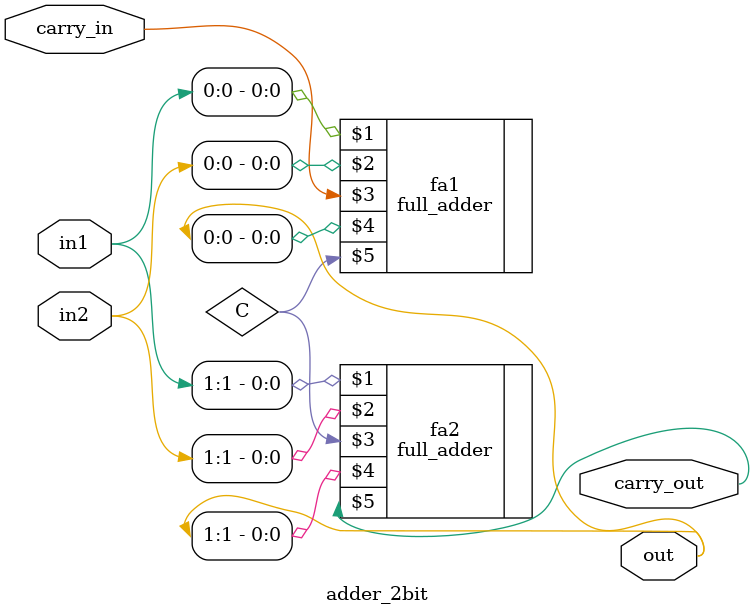
<source format=v>
module adder_2bit (input [1:0] in1, input [1:0] in2, input carry_in, output [1:0] out, output carry_out);
	wire C;
	
	full_adder fa1(in1[0], in2[0], carry_in, out[0], C);
	full_adder fa2(in1[1], in2[1], C, out[1], carry_out);
endmodule
</source>
